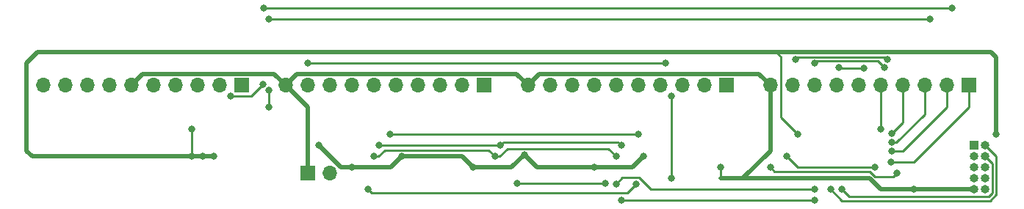
<source format=gbr>
%TF.GenerationSoftware,KiCad,Pcbnew,(5.1.9)-1*%
%TF.CreationDate,2021-05-23T15:32:32+02:00*%
%TF.ProjectId,Engine_Test,456e6769-6e65-45f5-9465-73742e6b6963,rev?*%
%TF.SameCoordinates,Original*%
%TF.FileFunction,Copper,L2,Bot*%
%TF.FilePolarity,Positive*%
%FSLAX46Y46*%
G04 Gerber Fmt 4.6, Leading zero omitted, Abs format (unit mm)*
G04 Created by KiCad (PCBNEW (5.1.9)-1) date 2021-05-23 15:32:32*
%MOMM*%
%LPD*%
G01*
G04 APERTURE LIST*
%TA.AperFunction,ComponentPad*%
%ADD10O,1.700000X1.700000*%
%TD*%
%TA.AperFunction,ComponentPad*%
%ADD11R,1.700000X1.700000*%
%TD*%
%TA.AperFunction,ComponentPad*%
%ADD12O,1.000000X1.000000*%
%TD*%
%TA.AperFunction,ComponentPad*%
%ADD13R,1.000000X1.000000*%
%TD*%
%TA.AperFunction,ViaPad*%
%ADD14C,0.800000*%
%TD*%
%TA.AperFunction,Conductor*%
%ADD15C,0.500000*%
%TD*%
%TA.AperFunction,Conductor*%
%ADD16C,0.250000*%
%TD*%
G04 APERTURE END LIST*
D10*
%TO.P,J1,2*%
%TO.N,Net-(J1-Pad2)*%
X146050000Y-105410000D03*
D11*
%TO.P,J1,1*%
%TO.N,GND*%
X143510000Y-105410000D03*
%TD*%
D12*
%TO.P,J3,10*%
%TO.N,/nRST*%
X221615000Y-107315000D03*
%TO.P,J3,9*%
%TO.N,GND*%
X220345000Y-107315000D03*
%TO.P,J3,8*%
%TO.N,N/C*%
X221615000Y-106045000D03*
%TO.P,J3,7*%
X220345000Y-106045000D03*
%TO.P,J3,6*%
X221615000Y-104775000D03*
%TO.P,J3,5*%
%TO.N,GND*%
X220345000Y-104775000D03*
%TO.P,J3,4*%
%TO.N,/CLK*%
X221615000Y-103505000D03*
%TO.P,J3,3*%
%TO.N,GND*%
X220345000Y-103505000D03*
%TO.P,J3,2*%
%TO.N,/DIO*%
X221615000Y-102235000D03*
D13*
%TO.P,J3,1*%
%TO.N,+3V3*%
X220345000Y-102235000D03*
%TD*%
D10*
%TO.P,J7,10*%
%TO.N,GND*%
X113030000Y-95250000D03*
%TO.P,J7,9*%
X115570000Y-95250000D03*
%TO.P,J7,8*%
X118110000Y-95250000D03*
%TO.P,J7,7*%
X120650000Y-95250000D03*
%TO.P,J7,6*%
X123190000Y-95250000D03*
%TO.P,J7,5*%
%TO.N,+5V*%
X125730000Y-95250000D03*
%TO.P,J7,4*%
X128270000Y-95250000D03*
%TO.P,J7,3*%
X130810000Y-95250000D03*
%TO.P,J7,2*%
X133350000Y-95250000D03*
D11*
%TO.P,J7,1*%
X135890000Y-95250000D03*
%TD*%
D10*
%TO.P,J6,10*%
%TO.N,GND*%
X196850000Y-95250000D03*
%TO.P,J6,9*%
%TO.N,/ENGINE_OUT_0*%
X199390000Y-95250000D03*
%TO.P,J6,8*%
%TO.N,/ENGINE_OUT_1*%
X201930000Y-95250000D03*
%TO.P,J6,7*%
%TO.N,/ENGINE_OUT_2*%
X204470000Y-95250000D03*
%TO.P,J6,6*%
%TO.N,/ENGINE_OUT_3*%
X207010000Y-95250000D03*
%TO.P,J6,5*%
%TO.N,/ENGINE_OUT_4*%
X209550000Y-95250000D03*
%TO.P,J6,4*%
%TO.N,/ENGINE_OUT_5*%
X212090000Y-95250000D03*
%TO.P,J6,3*%
%TO.N,/ENGINE_OUT_6*%
X214630000Y-95250000D03*
%TO.P,J6,2*%
%TO.N,/ENGINE_OUT_7*%
X217170000Y-95250000D03*
D11*
%TO.P,J6,1*%
%TO.N,/ENGINE_OUT_8*%
X219710000Y-95250000D03*
%TD*%
D10*
%TO.P,J5,10*%
%TO.N,GND*%
X168910000Y-95250000D03*
%TO.P,J5,9*%
%TO.N,Net-(J5-Pad9)*%
X171450000Y-95250000D03*
%TO.P,J5,8*%
%TO.N,Net-(J5-Pad8)*%
X173990000Y-95250000D03*
%TO.P,J5,7*%
%TO.N,Net-(J5-Pad7)*%
X176530000Y-95250000D03*
%TO.P,J5,6*%
%TO.N,Net-(J5-Pad6)*%
X179070000Y-95250000D03*
%TO.P,J5,5*%
%TO.N,Net-(J5-Pad5)*%
X181610000Y-95250000D03*
%TO.P,J5,4*%
%TO.N,Net-(J5-Pad4)*%
X184150000Y-95250000D03*
%TO.P,J5,3*%
%TO.N,Net-(J5-Pad3)*%
X186690000Y-95250000D03*
%TO.P,J5,2*%
%TO.N,Net-(J5-Pad2)*%
X189230000Y-95250000D03*
D11*
%TO.P,J5,1*%
%TO.N,Net-(J5-Pad1)*%
X191770000Y-95250000D03*
%TD*%
D10*
%TO.P,J4,10*%
%TO.N,GND*%
X140970000Y-95250000D03*
%TO.P,J4,9*%
%TO.N,Net-(J4-Pad9)*%
X143510000Y-95250000D03*
%TO.P,J4,8*%
%TO.N,Net-(J4-Pad8)*%
X146050000Y-95250000D03*
%TO.P,J4,7*%
%TO.N,Net-(J4-Pad7)*%
X148590000Y-95250000D03*
%TO.P,J4,6*%
%TO.N,Net-(J4-Pad6)*%
X151130000Y-95250000D03*
%TO.P,J4,5*%
%TO.N,Net-(J4-Pad5)*%
X153670000Y-95250000D03*
%TO.P,J4,4*%
%TO.N,Net-(J4-Pad4)*%
X156210000Y-95250000D03*
%TO.P,J4,3*%
%TO.N,Net-(J4-Pad3)*%
X158750000Y-95250000D03*
%TO.P,J4,2*%
%TO.N,Net-(J4-Pad2)*%
X161290000Y-95250000D03*
D11*
%TO.P,J4,1*%
%TO.N,Net-(J4-Pad1)*%
X163830000Y-95250000D03*
%TD*%
D14*
%TO.N,GND*%
X213360000Y-107315000D03*
X191135000Y-104775000D03*
%TO.N,+3V3*%
X130175000Y-103505000D03*
X130175000Y-100330000D03*
X131445000Y-103505000D03*
X132715000Y-103505000D03*
X222885000Y-100965000D03*
X200025000Y-100965000D03*
%TO.N,+5V*%
X182245000Y-103505000D03*
X176530000Y-104775000D03*
X162560000Y-104775000D03*
X148590000Y-104775000D03*
X144780000Y-102235000D03*
X168483720Y-103323400D03*
X154395010Y-103496169D03*
%TO.N,Net-(J4-Pad9)*%
X143510000Y-92710000D03*
X184785000Y-92710000D03*
X185420000Y-96520000D03*
X185420000Y-106045000D03*
%TO.N,/ENGINE_OUT_0*%
X210364130Y-92290010D03*
X199746316Y-92290010D03*
%TO.N,/ENGINE_OUT_1*%
X201930000Y-92740021D03*
X210005444Y-93223481D03*
%TO.N,/ENGINE_OUT_2*%
X207645000Y-93345000D03*
X204731980Y-93190032D03*
%TO.N,/ENGINE_OUT_4*%
X209550000Y-100330000D03*
%TO.N,/ENGINE_OUT_5*%
X210820000Y-100863783D03*
%TO.N,/ENGINE_OUT_6*%
X210820077Y-101863794D03*
%TO.N,/ENGINE_OUT_7*%
X210807554Y-102863728D03*
%TO.N,/ENGINE_OUT_8*%
X210729990Y-104140000D03*
%TO.N,/LED1*%
X211455000Y-105410000D03*
X196850000Y-104775000D03*
%TO.N,/OUT_DATA*%
X208915000Y-104775000D03*
X198755000Y-103505000D03*
X181610000Y-100965000D03*
X153035000Y-100965000D03*
%TO.N,/OUT_LATCH*%
X165735000Y-102235000D03*
X179705000Y-102235000D03*
X151765000Y-102235000D03*
X201930000Y-108585000D03*
X179705000Y-108585000D03*
%TO.N,/OUT_CLK*%
X179070000Y-103505000D03*
X165100000Y-103505000D03*
X151130000Y-103505000D03*
X201930000Y-107315000D03*
X179070000Y-106680000D03*
%TO.N,/CLK*%
X205105000Y-107315000D03*
%TO.N,/DIO*%
X203835000Y-107315000D03*
%TO.N,/UART_MCU_RX*%
X139065000Y-97790000D03*
X139065000Y-95885000D03*
X139065000Y-87630000D03*
X215265000Y-87630000D03*
%TO.N,/UART_MCU_TX*%
X217805000Y-86360000D03*
X138430000Y-86360000D03*
X134615735Y-96524265D03*
X138339990Y-95177885D03*
%TO.N,Net-(U3-Pad9)*%
X150495000Y-107315000D03*
X181390010Y-106687141D03*
%TO.N,Net-(U4-Pad9)*%
X167640000Y-106589990D03*
X177800000Y-106589990D03*
%TD*%
D15*
%TO.N,GND*%
X139669999Y-93949999D02*
X140970000Y-95250000D01*
X124490001Y-93949999D02*
X139669999Y-93949999D01*
X123190000Y-95250000D02*
X124490001Y-93949999D01*
X167609999Y-93949999D02*
X168910000Y-95250000D01*
X142270001Y-93949999D02*
X167609999Y-93949999D01*
X140970000Y-95250000D02*
X142270001Y-93949999D01*
X195549999Y-93949999D02*
X196850000Y-95250000D01*
X170210001Y-93949999D02*
X195549999Y-93949999D01*
X168910000Y-95250000D02*
X170210001Y-93949999D01*
D16*
X213360000Y-107315000D02*
X220345000Y-107315000D01*
D15*
X196850000Y-95250000D02*
X196850000Y-102870000D01*
X193675000Y-106045000D02*
X192405000Y-106045000D01*
X196850000Y-102870000D02*
X193675000Y-106045000D01*
D16*
X191135000Y-104775000D02*
X191135000Y-106045000D01*
D15*
X192405000Y-106045000D02*
X191135000Y-106045000D01*
X143510000Y-97790000D02*
X140970000Y-95250000D01*
X143510000Y-105410000D02*
X143510000Y-97790000D01*
X220345000Y-107315000D02*
X209568810Y-107315000D01*
X208298810Y-106045000D02*
X192405000Y-106045000D01*
X209568810Y-107315000D02*
X208298810Y-106045000D01*
D16*
%TO.N,+3V3*%
X130175000Y-103505000D02*
X130175000Y-100330000D01*
D15*
X130175000Y-103505000D02*
X132715000Y-103505000D01*
X222885000Y-92075000D02*
X222885000Y-100965000D01*
X222250000Y-91440000D02*
X222885000Y-92075000D01*
X111125000Y-92710000D02*
X112395000Y-91440000D01*
X111125000Y-102870000D02*
X111125000Y-92710000D01*
X111760000Y-103505000D02*
X111125000Y-102870000D01*
X130175000Y-103505000D02*
X111760000Y-103505000D01*
D16*
X198025001Y-91980001D02*
X197485000Y-91440000D01*
X198025001Y-98965001D02*
X198025001Y-91980001D01*
X200025000Y-100965000D02*
X198025001Y-98965001D01*
D15*
X197485000Y-91440000D02*
X222250000Y-91440000D01*
X112395000Y-91440000D02*
X197485000Y-91440000D01*
%TO.N,+5V*%
X180975000Y-104775000D02*
X182245000Y-103505000D01*
X176530000Y-104775000D02*
X180975000Y-104775000D01*
X147320000Y-104775000D02*
X144780000Y-102235000D01*
X148590000Y-104775000D02*
X147320000Y-104775000D01*
X167032120Y-104775000D02*
X168483720Y-103323400D01*
X169935320Y-104775000D02*
X168483720Y-103323400D01*
X176530000Y-104775000D02*
X169935320Y-104775000D01*
X162560000Y-104775000D02*
X167032120Y-104775000D01*
X148590000Y-104775000D02*
X153116179Y-104775000D01*
X153116179Y-104775000D02*
X154395010Y-103496169D01*
X161281169Y-103496169D02*
X154395010Y-103496169D01*
X162560000Y-104775000D02*
X161281169Y-103496169D01*
D16*
%TO.N,Net-(J4-Pad9)*%
X143510000Y-92710000D02*
X184785000Y-92710000D01*
X185420000Y-96520000D02*
X185420000Y-106045000D01*
%TO.N,/ENGINE_OUT_0*%
X210089131Y-92015011D02*
X210364130Y-92290010D01*
X199746316Y-92290010D02*
X200021315Y-92015011D01*
X200021315Y-92015011D02*
X210089131Y-92015011D01*
%TO.N,/ENGINE_OUT_1*%
X209246985Y-92465022D02*
X210005444Y-93223481D01*
X202204999Y-92465022D02*
X209246985Y-92465022D01*
X201930000Y-92740021D02*
X202204999Y-92465022D01*
%TO.N,/ENGINE_OUT_2*%
X207645000Y-93345000D02*
X204886948Y-93345000D01*
X204886948Y-93345000D02*
X204731980Y-93190032D01*
%TO.N,/ENGINE_OUT_4*%
X209550000Y-100330000D02*
X209550000Y-95250000D01*
%TO.N,/ENGINE_OUT_5*%
X212090000Y-95250000D02*
X212090000Y-99593783D01*
X212090000Y-99593783D02*
X210820000Y-100863783D01*
%TO.N,/ENGINE_OUT_6*%
X214630000Y-95250000D02*
X214630000Y-98625672D01*
X211391878Y-101863794D02*
X210820077Y-101863794D01*
X214630000Y-98625672D02*
X211391878Y-101863794D01*
%TO.N,/ENGINE_OUT_7*%
X217170000Y-95250000D02*
X217170000Y-97790000D01*
X217170000Y-97790000D02*
X212096272Y-102863728D01*
X212096272Y-102863728D02*
X210807554Y-102863728D01*
%TO.N,/ENGINE_OUT_8*%
X219710000Y-95250000D02*
X219710000Y-97790000D01*
X213360000Y-104140000D02*
X210729990Y-104140000D01*
X219710000Y-97790000D02*
X213360000Y-104140000D01*
%TO.N,/LED1*%
X211455000Y-105410000D02*
X211055001Y-105809999D01*
X211055001Y-105809999D02*
X208876997Y-105809999D01*
X208876997Y-105809999D02*
X208292009Y-105225011D01*
X208292009Y-105225011D02*
X197300011Y-105225011D01*
X197300011Y-105225011D02*
X196850000Y-104775000D01*
%TO.N,/OUT_DATA*%
X208915000Y-104775000D02*
X200025000Y-104775000D01*
X200025000Y-104775000D02*
X198755000Y-103505000D01*
X181610000Y-100965000D02*
X153035000Y-100965000D01*
%TO.N,/OUT_LATCH*%
X165735000Y-102235000D02*
X151765000Y-102235000D01*
X179305001Y-101835001D02*
X179705000Y-102235000D01*
X166134999Y-101835001D02*
X179305001Y-101835001D01*
X165735000Y-102235000D02*
X166134999Y-101835001D01*
X201930000Y-108585000D02*
X179705000Y-108585000D01*
%TO.N,/OUT_CLK*%
X152429517Y-102771168D02*
X151695685Y-103505000D01*
X151695685Y-103505000D02*
X151130000Y-103505000D01*
X165100000Y-103505000D02*
X164366168Y-102771168D01*
X164366168Y-102771168D02*
X152429517Y-102771168D01*
X165665685Y-103505000D02*
X165100000Y-103505000D01*
X179070000Y-103505000D02*
X178163398Y-102598398D01*
X166572287Y-102598398D02*
X165665685Y-103505000D01*
X178163398Y-102598398D02*
X166572287Y-102598398D01*
X201930000Y-107315000D02*
X183090871Y-107315000D01*
X183090871Y-107315000D02*
X181738011Y-105962140D01*
X181738011Y-105962140D02*
X179787860Y-105962140D01*
X179787860Y-105962140D02*
X179070000Y-106680000D01*
%TO.N,/CLK*%
X222011001Y-108140001D02*
X205930001Y-108140001D01*
X222440001Y-107711001D02*
X222011001Y-108140001D01*
X222440001Y-104330001D02*
X222440001Y-107711001D01*
X221615000Y-103505000D02*
X222440001Y-104330001D01*
X205930001Y-108140001D02*
X205105000Y-107315000D01*
%TO.N,/DIO*%
X221615000Y-102235000D02*
X222885000Y-103505000D01*
X222890010Y-107897402D02*
X222197401Y-108590011D01*
X222890012Y-104192599D02*
X222890010Y-107897402D01*
X222885000Y-104187587D02*
X222890012Y-104192599D01*
X222885000Y-103505000D02*
X222885000Y-104187587D01*
X205110011Y-108590011D02*
X203835000Y-107315000D01*
X222197401Y-108590011D02*
X205110011Y-108590011D01*
%TO.N,/UART_MCU_RX*%
X139065000Y-97790000D02*
X139065000Y-95885000D01*
X139065000Y-87630000D02*
X215265000Y-87630000D01*
%TO.N,/UART_MCU_TX*%
X217805000Y-86360000D02*
X144145000Y-86360000D01*
X144145000Y-86360000D02*
X138430000Y-86360000D01*
X134615735Y-96524265D02*
X136993610Y-96524265D01*
X136993610Y-96524265D02*
X138339990Y-95177885D01*
%TO.N,Net-(U3-Pad9)*%
X150495000Y-107315000D02*
X150894999Y-107714999D01*
X150894999Y-107714999D02*
X180362152Y-107714999D01*
X180362152Y-107714999D02*
X181390010Y-106687141D01*
%TO.N,Net-(U4-Pad9)*%
X167640000Y-106589990D02*
X168205685Y-106589990D01*
X168205685Y-106589990D02*
X177800000Y-106589990D01*
%TD*%
M02*

</source>
